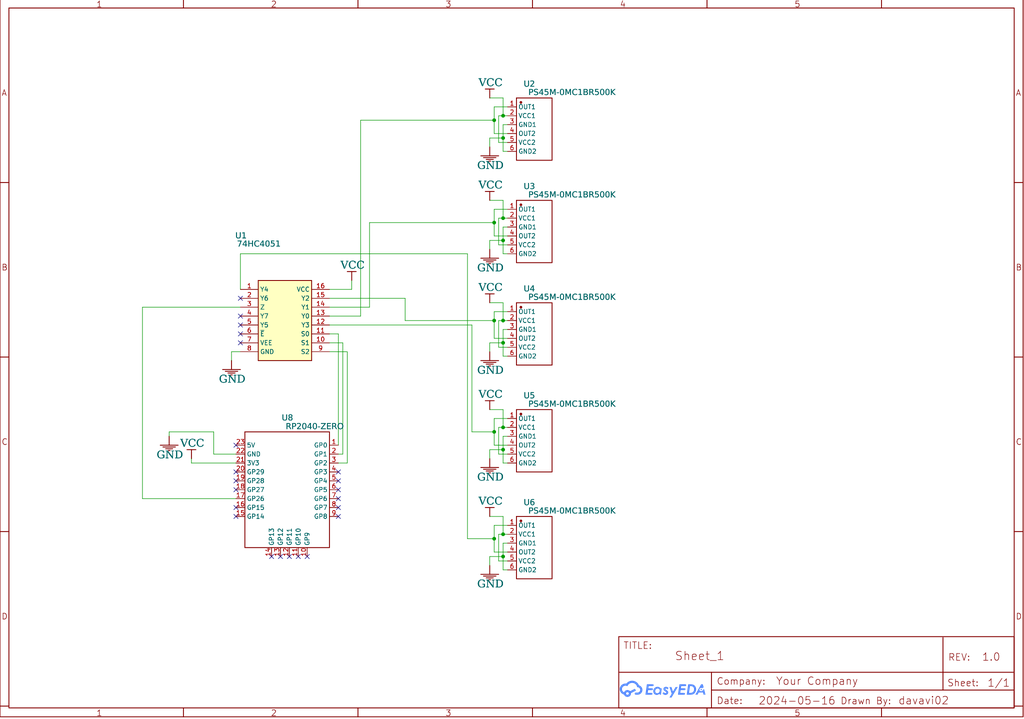
<source format=kicad_sch>
(kicad_sch (version 20231120) (generator "eeschema") (generator_version "8.0")
  (paper "User" 292.1 205.105)
  (lib_symbols
    (symbol "Babid:PS45M-0MC1BR500K"
      (property "Reference" "U?" (at 0 0 0))
      (property "Value" "PS45M-0MC1BR500K" (at 0.254 10.16 0))
      (symbol "PS45M-0MC1BR500K_0_0"
        (pin unspecified line (at -7.62 -1.27 0) (length 2.54) (name "OUT2") (number "4"))
        (pin unspecified line (at -7.62 -3.81 0) (length 2.54) (name "VCC2") (number "5"))
        (pin unspecified line (at -7.62 -6.35 0) (length 2.54) (name "GND2") (number "6"))
      )
      (symbol "PS45M-0MC1BR500K_1_0"
        (pin unspecified line (at -7.62 6.35 0) (length 2.54) (name "OUT1") (number "1"))
        (pin unspecified line (at -7.62 3.81 0) (length 2.54) (name "VCC1") (number "2"))
        (pin unspecified line (at -7.62 1.27 0) (length 2.54) (name "GND1") (number "3"))
      )
    )
    (symbol "Babid:TH_RP2040-ZERO"
      (property "Reference" "U?" (at 0 2.032 0))
      (property "Value" "TH_RP2040-ZERO" (at -0.254 15.748 0))
      (symbol "TH_RP2040-ZERO_0_0"
        (pin unspecified line (at 13.97 13.97 180) (length 2.54) (name "GP0") (number "1"))
        (pin unspecified line (at 5.08 -17.78 90) (length 2.54) (name "GP9") (number "10"))
        (pin unspecified line (at 2.54 -17.78 90) (length 2.54) (name "GP10") (number "11"))
        (pin unspecified line (at 0 -17.78 90) (length 2.54) (name "GP11") (number "12"))
        (pin unspecified line (at -2.54 -17.78 90) (length 2.54) (name "GP12") (number "13"))
        (pin unspecified line (at -5.08 -17.78 90) (length 2.54) (name "GP13") (number "14"))
        (pin unspecified line (at -15.24 -6.35 0) (length 2.54) (name "GP14") (number "15"))
        (pin unspecified line (at -15.24 -3.81 0) (length 2.54) (name "GP15") (number "16"))
        (pin unspecified line (at -15.24 -1.27 0) (length 2.54) (name "GP26") (number "17"))
        (pin unspecified line (at -15.24 1.27 0) (length 2.54) (name "GP27") (number "18"))
        (pin unspecified line (at -15.24 3.81 0) (length 2.54) (name "GP28") (number "19"))
        (pin unspecified line (at 13.97 11.43 180) (length 2.54) (name "GP1") (number "2"))
        (pin unspecified line (at -15.24 6.35 0) (length 2.54) (name "GP29") (number "20"))
        (pin unspecified line (at -15.24 8.89 0) (length 2.54) (name "3V3") (number "21"))
        (pin unspecified line (at -15.24 11.43 0) (length 2.54) (name "GND") (number "22"))
        (pin unspecified line (at -15.24 13.97 0) (length 2.54) (name "5V") (number "23"))
        (pin unspecified line (at 13.97 8.89 180) (length 2.54) (name "GP2") (number "3"))
        (pin unspecified line (at 13.97 6.35 180) (length 2.54) (name "GP3") (number "4"))
        (pin unspecified line (at 13.97 3.81 180) (length 2.54) (name "GP4") (number "5"))
        (pin unspecified line (at 13.97 1.27 180) (length 2.54) (name "GP5") (number "6"))
        (pin unspecified line (at 13.97 -1.27 180) (length 2.54) (name "GP6") (number "7"))
        (pin unspecified line (at 13.97 -3.81 180) (length 2.54) (name "GP7") (number "8"))
        (pin unspecified line (at 13.97 -6.35 180) (length 2.54) (name "GP8") (number "9"))
      )
    )
    (symbol "GND" (power) (pin_numbers hide) (pin_names hide)
      (property "Value" "GND" (at 0 6.35 0))
      (symbol "GND_0_0"
        (pin power_in line (at 0 0 270) (length 0) (name "GND") (number "1"))
      )
    )
    (symbol "SamacSys_Parts:74HC4051D,653"
      (property "Reference" "IC" (at 21.59 7.62 0))
      (property "Value" "74HC4051D,653" (at 21.59 5.08 0))
      (symbol "74HC4051D,653_1_1"
        (pin passive line (at 0 0 0) (length 5.08) (name "Y4") (number "1"))
        (pin passive line (at 25.4 -15.24 180) (length 5.08) (name "S1") (number "10"))
        (pin passive line (at 25.4 -12.7 180) (length 5.08) (name "S0") (number "11"))
        (pin passive line (at 25.4 -10.16 180) (length 5.08) (name "Y3") (number "12"))
        (pin passive line (at 25.4 -7.62 180) (length 5.08) (name "Y0") (number "13"))
        (pin passive line (at 25.4 -5.08 180) (length 5.08) (name "Y1") (number "14"))
        (pin passive line (at 25.4 -2.54 180) (length 5.08) (name "Y2") (number "15"))
        (pin passive line (at 25.4 0 180) (length 5.08) (name "VCC") (number "16"))
        (pin passive line (at 0 -2.54 0) (length 5.08) (name "Y6") (number "2"))
        (pin passive line (at 0 -5.08 0) (length 5.08) (name "Z") (number "3"))
        (pin passive line (at 0 -7.62 0) (length 5.08) (name "Y7") (number "4"))
        (pin passive line (at 0 -10.16 0) (length 5.08) (name "Y5") (number "5"))
        (pin passive line (at 0 -12.7 0) (length 5.08) (name "~{E}") (number "6"))
        (pin passive line (at 0 -15.24 0) (length 5.08) (name "VEE") (number "7"))
        (pin passive line (at 0 -17.78 0) (length 5.08) (name "GND") (number "8"))
        (pin passive line (at 25.4 -17.78 180) (length 5.08) (name "S2") (number "9"))
      )
    )
    (symbol "Unknown_0_-806"
      (symbol "Unknown_0_-806_0_0"
        (text "1" (at 27.432 -202.6539 0) (effects (font (size 1.6891 1.6891)) (justify left top)))
        (text "1" (at 27.432 -0.4699 0) (effects (font (size 1.6891 1.6891)) (justify left top)))
        (text "1.0" (at 280.0604 -186.3471 0) (effects (font (size 2.1717 2.1717)) (justify left top)))
        (text "1/1" (at 281.5844 -193.7639 0) (effects (font (size 2.1717 2.1717)) (justify left top)))
        (text "2" (at 77.216 -202.6539 0) (effects (font (size 1.6891 1.6891)) (justify left top)))
        (text "2" (at 77.216 -0.4699 0) (effects (font (size 1.6891 1.6891)) (justify left top)))
        (text "2024-05-16" (at 216.3064 -198.8439 0) (effects (font (size 2.1717 2.1717)) (justify left top)))
        (text "3" (at 127 -202.6539 0) (effects (font (size 1.6891 1.6891)) (justify left top)))
        (text "3" (at 127 -0.4699 0) (effects (font (size 1.6891 1.6891)) (justify left top)))
        (text "4" (at 176.784 -202.6539 0) (effects (font (size 1.6891 1.6891)) (justify left top)))
        (text "4" (at 176.784 -0.4699 0) (effects (font (size 1.6891 1.6891)) (justify left top)))
        (text "5" (at 226.568 -202.6539 0) (effects (font (size 1.6891 1.6891)) (justify left top)))
        (text "5" (at 226.568 -0.4699 0) (effects (font (size 1.6891 1.6891)) (justify left top)))
        (text "A" (at 0.381 -25.7429 0) (effects (font (size 1.6891 1.6891)) (justify left top)))
        (text "A" (at 289.687 -25.7429 0) (effects (font (size 1.6891 1.6891)) (justify left top)))
        (text "B" (at 0.381 -75.5269 0) (effects (font (size 1.6891 1.6891)) (justify left top)))
        (text "B" (at 289.687 -75.5269 0) (effects (font (size 1.6891 1.6891)) (justify left top)))
        (text "C" (at 0.381 -125.3109 0) (effects (font (size 1.6891 1.6891)) (justify left top)))
        (text "C" (at 289.687 -125.3109 0) (effects (font (size 1.6891 1.6891)) (justify left top)))
        (text "Company:" (at 204.3684 -193.4464 0) (effects (font (size 1.9304 1.9304)) (justify left top)))
        (text "D" (at 0.381 -175.0949 0) (effects (font (size 1.6891 1.6891)) (justify left top)))
        (text "D" (at 289.687 -175.0949 0) (effects (font (size 1.6891 1.6891)) (justify left top)))
        (text "Date:" (at 204.3684 -198.9836 0) (effects (font (size 1.9304 1.9304)) (justify left top)))
        (text "davavi02" (at 256.1844 -198.7931 0) (effects (font (size 2.1717 2.1717)) (justify left top)))
        (text "Drawn By:" (at 239.6744 -199.0344 0) (effects (font (size 1.9304 1.9304)) (justify left top)))
        (text "REV:" (at 270.4084 -186.5884 0) (effects (font (size 1.9304 1.9304)) (justify left top)))
        (text "Sheet:" (at 270.1544 -193.9036 0) (effects (font (size 1.9304 1.9304)) (justify left top)))
        (text "Sheet_1" (at 192.4304 -185.928 0) (effects (font (size 2.413 2.413)) (justify left top)))
        (text "TITLE:" (at 177.7746 -183.2356 0) (effects (font (size 1.9304 1.9304)) (justify left top)))
        (text "Your Company" (at 221.2848 -193.2305 0) (effects (font (size 2.1717 2.1717)) (justify left top)))
      )
    )
    (symbol "VCC" (power) (pin_numbers hide) (pin_names hide)
      (property "Value" "VCC" (at 0 3.81 0))
      (symbol "VCC_0_0"
        (pin power_in line (at 0 0 270) (length 0) (name "VCC") (number "1"))
      )
    )
  )
  (junction (at 143.51 62.23))
  (junction (at 140.97 34.29))
  (junction (at 143.51 33.02))
  (junction (at 140.97 153.67))
  (junction (at 143.51 68.58))
  (junction (at 143.51 91.44))
  (junction (at 140.97 123.19))
  (junction (at 143.51 121.92))
  (junction (at 140.97 63.5))
  (junction (at 143.51 158.75))
  (junction (at 140.97 91.44))
  (junction (at 143.51 97.79))
  (junction (at 143.51 152.4))
  (junction (at 143.51 39.37))
  (junction (at 143.51 128.27))
  (no_connect (at 80.01 158.75))
  (no_connect (at 68.58 90.17))
  (no_connect (at 96.52 134.62))
  (no_connect (at 67.31 144.78))
  (no_connect (at 96.52 139.7))
  (no_connect (at 68.58 92.71))
  (no_connect (at 96.52 142.24))
  (no_connect (at 67.31 147.32))
  (no_connect (at 68.58 97.79))
  (no_connect (at 68.58 95.25))
  (no_connect (at 67.31 127))
  (no_connect (at 67.31 139.7))
  (no_connect (at 96.52 144.78))
  (no_connect (at 85.09 158.75))
  (no_connect (at 96.52 147.32))
  (no_connect (at 87.63 158.75))
  (no_connect (at 68.58 85.09))
  (no_connect (at 67.31 137.16))
  (no_connect (at 77.47 158.75))
  (no_connect (at 96.52 137.16))
  (no_connect (at 67.31 134.62))
  (no_connect (at 82.55 158.75))
  (wire (pts (xy 93.98 87.63) (xy 105.41 87.63)))
  (wire (pts (xy 140.97 153.67) (xy 140.97 149.86)))
  (wire (pts (xy 102.87 90.17) (xy 102.87 34.29)))
  (wire (pts (xy 139.7 130.81) (xy 139.7 128.27)))
  (wire (pts (xy 139.7 39.37) (xy 143.51 39.37)))
  (wire (pts (xy 115.57 91.44) (xy 140.97 91.44)))
  (wire (pts (xy 142.24 99.06) (xy 142.24 91.44)))
  (wire (pts (xy 142.24 152.4) (xy 143.51 152.4)))
  (wire (pts (xy 68.58 82.55) (xy 68.58 72.39)))
  (wire (pts (xy 144.78 157.48) (xy 140.97 157.48)))
  (wire (pts (xy 97.79 97.79) (xy 97.79 129.54)))
  (wire (pts (xy 93.98 90.17) (xy 102.87 90.17)))
  (wire (pts (xy 143.51 147.32) (xy 143.51 152.4)))
  (wire (pts (xy 143.51 124.46) (xy 144.78 124.46)))
  (wire (pts (xy 139.7 158.75) (xy 143.51 158.75)))
  (wire (pts (xy 139.7 161.29) (xy 139.7 158.75)))
  (wire (pts (xy 140.97 96.52) (xy 140.97 91.44)))
  (wire (pts (xy 139.7 71.12) (xy 139.7 68.58)))
  (wire (pts (xy 144.78 40.64) (xy 142.24 40.64)))
  (wire (pts (xy 140.97 88.9) (xy 144.78 88.9)))
  (wire (pts (xy 139.7 86.36) (xy 143.51 86.36)))
  (wire (pts (xy 143.51 97.79) (xy 143.51 93.98)))
  (wire (pts (xy 142.24 121.92) (xy 143.51 121.92)))
  (wire (pts (xy 144.78 101.6) (xy 143.51 101.6)))
  (wire (pts (xy 143.51 158.75) (xy 143.51 154.94)))
  (wire (pts (xy 143.51 43.18) (xy 143.51 39.37)))
  (wire (pts (xy 66.04 100.33) (xy 66.04 102.87)))
  (wire (pts (xy 143.51 93.98) (xy 144.78 93.98)))
  (wire (pts (xy 139.7 116.84) (xy 143.51 116.84)))
  (wire (pts (xy 134.62 92.71) (xy 134.62 123.19)))
  (wire (pts (xy 48.26 123.19) (xy 48.26 124.46)))
  (wire (pts (xy 140.97 34.29) (xy 140.97 30.48)))
  (wire (pts (xy 60.96 123.19) (xy 48.26 123.19)))
  (wire (pts (xy 143.51 154.94) (xy 144.78 154.94)))
  (wire (pts (xy 144.78 72.39) (xy 143.51 72.39)))
  (wire (pts (xy 143.51 128.27) (xy 143.51 124.46)))
  (wire (pts (xy 139.7 27.94) (xy 143.51 27.94)))
  (wire (pts (xy 67.31 129.54) (xy 60.96 129.54)))
  (wire (pts (xy 115.57 85.09) (xy 115.57 91.44)))
  (wire (pts (xy 140.97 91.44) (xy 140.97 88.9)))
  (wire (pts (xy 97.79 129.54) (xy 96.52 129.54)))
  (wire (pts (xy 142.24 91.44) (xy 143.51 91.44)))
  (wire (pts (xy 133.35 72.39) (xy 133.35 153.67)))
  (wire (pts (xy 140.97 127) (xy 140.97 123.19)))
  (wire (pts (xy 139.7 57.15) (xy 143.51 57.15)))
  (wire (pts (xy 143.51 62.23) (xy 144.78 62.23)))
  (wire (pts (xy 93.98 97.79) (xy 97.79 97.79)))
  (wire (pts (xy 143.51 27.94) (xy 143.51 33.02)))
  (wire (pts (xy 143.51 39.37) (xy 143.51 35.56)))
  (wire (pts (xy 143.51 152.4) (xy 144.78 152.4)))
  (wire (pts (xy 140.97 149.86) (xy 144.78 149.86)))
  (wire (pts (xy 140.97 119.38) (xy 144.78 119.38)))
  (wire (pts (xy 60.96 129.54) (xy 60.96 123.19)))
  (wire (pts (xy 139.7 100.33) (xy 139.7 97.79)))
  (wire (pts (xy 93.98 92.71) (xy 134.62 92.71)))
  (wire (pts (xy 143.51 86.36) (xy 143.51 91.44)))
  (wire (pts (xy 93.98 100.33) (xy 99.06 100.33)))
  (wire (pts (xy 142.24 40.64) (xy 142.24 33.02)))
  (wire (pts (xy 140.97 38.1) (xy 140.97 34.29)))
  (wire (pts (xy 144.78 129.54) (xy 142.24 129.54)))
  (wire (pts (xy 68.58 100.33) (xy 66.04 100.33)))
  (wire (pts (xy 99.06 100.33) (xy 99.06 132.08)))
  (wire (pts (xy 143.51 72.39) (xy 143.51 68.58)))
  (wire (pts (xy 67.31 132.08) (xy 54.61 132.08)))
  (wire (pts (xy 143.51 35.56) (xy 144.78 35.56)))
  (wire (pts (xy 68.58 72.39) (xy 133.35 72.39)))
  (wire (pts (xy 144.78 160.02) (xy 142.24 160.02)))
  (wire (pts (xy 40.64 87.63) (xy 40.64 142.24)))
  (wire (pts (xy 143.51 132.08) (xy 143.51 128.27)))
  (wire (pts (xy 144.78 43.18) (xy 143.51 43.18)))
  (wire (pts (xy 133.35 153.67) (xy 140.97 153.67)))
  (wire (pts (xy 142.24 160.02) (xy 142.24 152.4)))
  (wire (pts (xy 54.61 132.08) (xy 54.61 130.81)))
  (wire (pts (xy 143.51 91.44) (xy 144.78 91.44)))
  (wire (pts (xy 143.51 33.02) (xy 144.78 33.02)))
  (wire (pts (xy 139.7 68.58) (xy 143.51 68.58)))
  (wire (pts (xy 144.78 69.85) (xy 142.24 69.85)))
  (wire (pts (xy 99.06 132.08) (xy 96.52 132.08)))
  (wire (pts (xy 142.24 129.54) (xy 142.24 121.92)))
  (wire (pts (xy 139.7 97.79) (xy 143.51 97.79)))
  (wire (pts (xy 142.24 69.85) (xy 142.24 62.23)))
  (wire (pts (xy 143.51 121.92) (xy 144.78 121.92)))
  (wire (pts (xy 140.97 59.69) (xy 144.78 59.69)))
  (wire (pts (xy 143.51 162.56) (xy 143.51 158.75)))
  (wire (pts (xy 140.97 157.48) (xy 140.97 153.67)))
  (wire (pts (xy 140.97 30.48) (xy 144.78 30.48)))
  (wire (pts (xy 105.41 87.63) (xy 105.41 63.5)))
  (wire (pts (xy 134.62 123.19) (xy 140.97 123.19)))
  (wire (pts (xy 139.7 147.32) (xy 143.51 147.32)))
  (wire (pts (xy 142.24 33.02) (xy 143.51 33.02)))
  (wire (pts (xy 93.98 95.25) (xy 96.52 95.25)))
  (wire (pts (xy 140.97 67.31) (xy 140.97 63.5)))
  (wire (pts (xy 139.7 41.91) (xy 139.7 39.37)))
  (wire (pts (xy 93.98 82.55) (xy 100.33 82.55)))
  (wire (pts (xy 144.78 67.31) (xy 140.97 67.31)))
  (wire (pts (xy 143.51 64.77) (xy 144.78 64.77)))
  (wire (pts (xy 140.97 123.19) (xy 140.97 119.38)))
  (wire (pts (xy 139.7 128.27) (xy 143.51 128.27)))
  (wire (pts (xy 143.51 116.84) (xy 143.51 121.92)))
  (wire (pts (xy 144.78 162.56) (xy 143.51 162.56)))
  (wire (pts (xy 143.51 68.58) (xy 143.51 64.77)))
  (wire (pts (xy 144.78 96.52) (xy 140.97 96.52)))
  (wire (pts (xy 68.58 87.63) (xy 40.64 87.63)))
  (wire (pts (xy 144.78 132.08) (xy 143.51 132.08)))
  (wire (pts (xy 40.64 142.24) (xy 67.31 142.24)))
  (wire (pts (xy 105.41 63.5) (xy 140.97 63.5)))
  (wire (pts (xy 102.87 34.29) (xy 140.97 34.29)))
  (wire (pts (xy 100.33 82.55) (xy 100.33 80.01)))
  (wire (pts (xy 93.98 85.09) (xy 115.57 85.09)))
  (wire (pts (xy 140.97 63.5) (xy 140.97 59.69)))
  (wire (pts (xy 143.51 101.6) (xy 143.51 97.79)))
  (wire (pts (xy 144.78 99.06) (xy 142.24 99.06)))
  (wire (pts (xy 96.52 95.25) (xy 96.52 127)))
  (wire (pts (xy 144.78 38.1) (xy 140.97 38.1)))
  (wire (pts (xy 143.51 57.15) (xy 143.51 62.23)))
  (wire (pts (xy 144.78 127) (xy 140.97 127)))
  (wire (pts (xy 142.24 62.23) (xy 143.51 62.23)))
  (symbol (lib_id "VCC") (at 139.7 116.84 0) (mirror x) (unit 0)
    (property "Reference" "#PWR0104" (effects (hide yes)))
    (property "Value" "VCC" (at 136.652 113.792 0) (effects (font (size 2.1717 2.1717)) (justify left top)))
    (property "Description" "Power symbol creates a global label with name 'VCC'" (effects (hide yes)))
  )
  (symbol (lib_id "GND") (at 139.7 161.29 0) (unit 0)
    (property "Reference" "#PWR0111" (effects (hide yes)))
    (property "Value" "GND" (at 136.398 167.894 0) (effects (font (size 2.1717 2.1717)) (justify left bottom)))
    (property "Description" "Power symbol creates a global label with name 'GND'" (effects (hide yes)))
  )
  (symbol (lib_id "VCC") (at 139.7 86.36 0) (mirror x) (unit 0)
    (property "Reference" "#PWR0108" (effects (hide yes)))
    (property "Value" "VCC" (at 136.652 83.312 0) (effects (font (size 2.1717 2.1717)) (justify left top)))
    (property "Description" "Power symbol creates a global label with name 'VCC'" (effects (hide yes)))
  )
  (symbol (lib_id "GND") (at 139.7 100.33 0) (unit 0)
    (property "Reference" "#PWR0103" (effects (hide yes)))
    (property "Value" "GND" (at 136.398 106.934 0) (effects (font (size 2.1717 2.1717)) (justify left bottom)))
    (property "Description" "Power symbol creates a global label with name 'GND'" (effects (hide yes)))
  )
  (symbol (lib_id "GND") (at 139.7 71.12 0) (unit 0)
    (property "Reference" "#PWR0109" (effects (hide yes)))
    (property "Value" "GND" (at 136.398 77.724 0) (effects (font (size 2.1717 2.1717)) (justify left bottom)))
    (property "Description" "Power symbol creates a global label with name 'GND'" (effects (hide yes)))
  )
  (symbol (lib_id "SamacSys_Parts:74HC4051D,653") (at 68.58 82.55 0) (unit 0)
    (property "Reference" "U1" (at 67.1322 66.3829 0) (effects (font (size 1.6891 1.6891)) (justify left top)))
    (property "Value" "74HC4051" (at 67.1322 68.6689 0) (effects (font (size 1.6891 1.6891)) (justify left top)))
    (property "Footprint" "74HC4051D653" (effects (hide yes)))
    (property "Datasheet" "https://assets.nexperia.com/documents/data-sheet/74HC_HCT4051.pdf" (effects (hide yes)))
    (property "Description" "74HC4051; 74HCT4051 - 8-channel analog multiplexer/demultiplexer@en-us" (effects (hide yes)))
    (property "Manufacturer Part" "74HC4051" (effects (hide yes)))
    (property "Manufacturer" "I-CORE(中微爱芯)" (effects (hide yes)))
    (property "Supplier Part" "C2943297" (effects (hide yes)))
    (property "Supplier" "LCSC" (effects (hide yes)))
    (property "Height" "1.75" (effects (hide yes)))
    (property "Manufacturer_Name" "Nexperia" (effects (hide yes)))
    (property "Manufacturer_Part_Number" "74HC4051D,653" (effects (hide yes)))
    (property "Mouser Part Number" "771-74HC4051D-T" (effects (hide yes)))
    (property "Mouser Price/Stock" "https://www.mouser.co.uk/ProductDetail/Nexperia/74HC4051D653?qs=P62ublwmbi%2FWMqN3hyrSvQ%3D%3D" (effects (hide yes)))
    (property "Arrow Part Number" "74HC4051D,653" (effects (hide yes)))
    (property "Arrow Price/Stock" "https://www.arrow.com/en/products/74hc4051d653/nexperia?region=nac" (effects (hide yes)))
  )
  (symbol (lib_id "Babid:PS45M-0MC1BR500K") (at 152.4 36.83 0) (unit 0)
    (property "Reference" "U2" (at 149.3774 23.1013 0) (effects (font (size 1.6891 1.6891)) (justify left top)))
    (property "Value" "PS45M-0MC1BR500K" (at 149.3774 25.4381 0) (effects (font (size 1.6891 1.6891)) (justify left top)))
    (property "Footprint" "Babid:PS45M-0MC1BR500K" (effects (hide yes)))
    (property "Supplier Part" "PS45M-0MC1BR500K" (effects (hide yes)))
  )
  (symbol (lib_id "VCC") (at 139.7 147.32 0) (mirror x) (unit 0)
    (property "Reference" "#PWR0101" (effects (hide yes)))
    (property "Value" "VCC" (at 136.652 144.272 0) (effects (font (size 2.1717 2.1717)) (justify left top)))
    (property "Description" "Power symbol creates a global label with name 'VCC'" (effects (hide yes)))
  )
  (symbol (lib_id "Babid:PS45M-0MC1BR500K") (at 152.4 66.04 0) (unit 0)
    (property "Reference" "U3" (at 149.3774 52.3113 0) (effects (font (size 1.6891 1.6891)) (justify left top)))
    (property "Value" "PS45M-0MC1BR500K" (at 149.3774 54.6481 0) (effects (font (size 1.6891 1.6891)) (justify left top)))
    (property "Footprint" "Babid:PS45M-0MC1BR500K" (effects (hide yes)))
    (property "Supplier Part" "PS45M-0MC1BR500K" (effects (hide yes)))
  )
  (symbol (lib_id "Babid:TH_RP2040-ZERO") (at 82.55 140.97 0) (unit 0)
    (property "Reference" "U8" (at 80.3656 118.3259 0) (effects (font (size 1.6891 1.6891)) (justify left top)))
    (property "Value" "RP2040-ZERO" (at 80.3656 120.7389 0) (effects (font (size 1.6891 1.6891)) (justify left top)))
    (property "Footprint" "Babid:TH_RP2040-ZERO" (effects (hide yes)))
    (property "Manufacturer Part" "RP2040-Zero" (effects (hide yes)))
    (property "Manufacturer" "Waveshare(微雪电子)" (effects (hide yes)))
    (property "Supplier Part" "C5350143" (effects (hide yes)))
    (property "Supplier" "LCSC" (effects (hide yes)))
  )
  (symbol (lib_id "Babid:PS45M-0MC1BR500K") (at 152.4 95.25 0) (unit 0)
    (property "Reference" "U4" (at 149.3774 81.5213 0) (effects (font (size 1.6891 1.6891)) (justify left top)))
    (property "Value" "PS45M-0MC1BR500K" (at 149.3774 83.8581 0) (effects (font (size 1.6891 1.6891)) (justify left top)))
    (property "Footprint" "Babid:PS45M-0MC1BR500K" (effects (hide yes)))
    (property "Supplier Part" "PS45M-0MC1BR500K" (effects (hide yes)))
  )
  (symbol (lib_id "GND") (at 139.7 41.91 0) (unit 0)
    (property "Reference" "#PWR0106" (effects (hide yes)))
    (property "Value" "GND" (at 136.398 48.514 0) (effects (font (size 2.1717 2.1717)) (justify left bottom)))
    (property "Description" "Power symbol creates a global label with name 'GND'" (effects (hide yes)))
  )
  (symbol (lib_id "Babid:PS45M-0MC1BR500K") (at 152.4 125.73 0) (unit 0)
    (property "Reference" "U5" (at 149.3774 112.0013 0) (effects (font (size 1.6891 1.6891)) (justify left top)))
    (property "Value" "PS45M-0MC1BR500K" (at 149.3774 114.3381 0) (effects (font (size 1.6891 1.6891)) (justify left top)))
    (property "Footprint" "Babid:PS45M-0MC1BR500K" (effects (hide yes)))
    (property "Supplier Part" "PS45M-0MC1BR500K" (effects (hide yes)))
  )
  (symbol (lib_id "GND") (at 48.26 124.46 0) (unit 0)
    (property "Reference" "#PWR0110" (effects (hide yes)))
    (property "Value" "GND" (at 44.958 131.064 0) (effects (font (size 2.1717 2.1717)) (justify left bottom)))
    (property "Description" "Power symbol creates a global label with name 'GND'" (effects (hide yes)))
  )
  (symbol (lib_id "GND") (at 66.04 102.87 0) (unit 0)
    (property "Reference" "#PWR0113" (effects (hide yes)))
    (property "Value" "GND" (at 62.738 109.474 0) (effects (font (size 2.1717 2.1717)) (justify left bottom)))
    (property "Description" "Power symbol creates a global label with name 'GND'" (effects (hide yes)))
  )
  (symbol (lib_id "Unknown_0_-806") (at 0 -0.254 0) (unit 0) (on_board no)
    (property "Reference" "A1" (effects (hide yes)))
    (property "Value" "A" (effects (hide yes)))
    (property "Manufacturer Part" "?" (effects (hide yes)))
  )
  (symbol (lib_id "VCC") (at 139.7 27.94 0) (mirror x) (unit 0)
    (property "Reference" "#PWR0105" (effects (hide yes)))
    (property "Value" "VCC" (at 136.652 24.892 0) (effects (font (size 2.1717 2.1717)) (justify left top)))
    (property "Description" "Power symbol creates a global label with name 'VCC'" (effects (hide yes)))
  )
  (symbol (lib_id "GND") (at 139.7 130.81 0) (unit 0)
    (property "Reference" "#PWR0102" (effects (hide yes)))
    (property "Value" "GND" (at 136.398 137.414 0) (effects (font (size 2.1717 2.1717)) (justify left bottom)))
    (property "Description" "Power symbol creates a global label with name 'GND'" (effects (hide yes)))
  )
  (symbol (lib_id "VCC") (at 139.7 57.15 0) (mirror x) (unit 0)
    (property "Reference" "#PWR0107" (effects (hide yes)))
    (property "Value" "VCC" (at 136.652 54.102 0) (effects (font (size 2.1717 2.1717)) (justify left top)))
    (property "Description" "Power symbol creates a global label with name 'VCC'" (effects (hide yes)))
  )
  (symbol (lib_id "VCC") (at 100.33 80.01 0) (mirror x) (unit 0)
    (property "Reference" "#PWR0114" (effects (hide yes)))
    (property "Value" "VCC" (at 97.282 76.962 0) (effects (font (size 2.1717 2.1717)) (justify left top)))
    (property "Description" "Power symbol creates a global label with name 'VCC'" (effects (hide yes)))
  )
  (symbol (lib_id "Babid:PS45M-0MC1BR500K") (at 152.4 156.21 0) (unit 0)
    (property "Reference" "U6" (at 149.3774 142.4813 0) (effects (font (size 1.6891 1.6891)) (justify left top)))
    (property "Value" "PS45M-0MC1BR500K" (at 149.3774 144.8181 0) (effects (font (size 1.6891 1.6891)) (justify left top)))
    (property "Footprint" "Babid:PS45M-0MC1BR500K" (effects (hide yes)))
    (property "Supplier Part" "PS45M-0MC1BR500K" (effects (hide yes)))
  )
  (symbol (lib_id "VCC") (at 54.61 130.81 0) (mirror x) (unit 0)
    (property "Reference" "#PWR0112" (effects (hide yes)))
    (property "Value" "VCC" (at 51.562 127.762 0) (effects (font (size 2.1717 2.1717)) (justify left top)))
    (property "Description" "Power symbol creates a global label with name 'VCC'" (effects (hide yes)))
  )
)
</source>
